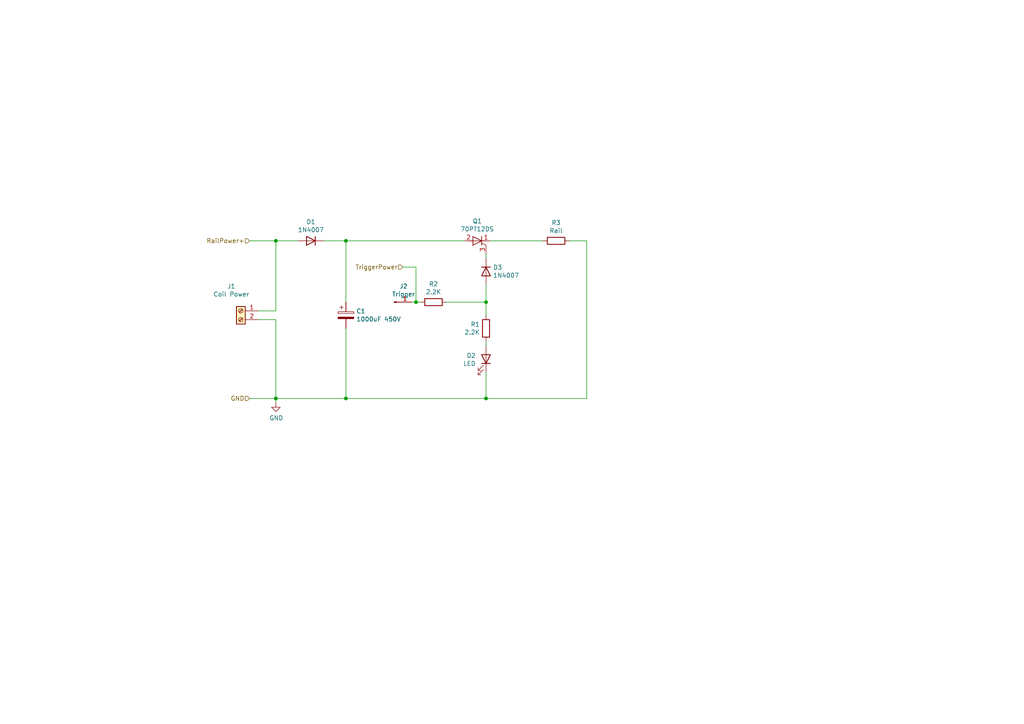
<source format=kicad_sch>
(kicad_sch (version 20211123) (generator eeschema)
  (paper "A4")
  (title_block (title "Rail") (date "2021-05-30") (rev "1"))
  (lib_symbols
    (symbol "Connector:Conn_01x01_Male" (pin_names (offset 1.016) hide)
      (property "Reference" "J" (at 0 2.54 0))
      (property "Value" "Conn_01x01_Male" (at 0 -2.54 0))
      (symbol "Conn_01x01_Male_1_1"
        (polyline (pts (xy 1.27 0) (xy 0.8636 0)) (stroke (width 0.1524)))
        (rectangle (start 0.8636 0.127) (end 0 -0.127) (stroke (width 0.1524)) (fill (type outline)))
        (pin passive line (at 5.08 0 180) (length 3.81) (name "Pin_1") (number "1"))
      )
    )
    (symbol "Connector:Screw_Terminal_01x02" (pin_names (offset 1.016) hide)
      (property "Reference" "J" (at 0 2.54 0))
      (property "Value" "Screw_Terminal_01x02" (at 0 -5.08 0))
      (symbol "Screw_Terminal_01x02_1_1"
        (rectangle (start -1.27 1.27) (end 1.27 -3.81) (stroke (width 0.254)) (fill (type background)))
        (circle (center 0 -2.54) (radius 0.635) (stroke (width 0.1524)))
        (polyline (pts (xy -0.5334 -2.2098) (xy 0.3302 -3.048)) (stroke (width 0.1524)))
        (polyline (pts (xy -0.5334 0.3302) (xy 0.3302 -0.508)) (stroke (width 0.1524)))
        (polyline (pts (xy -0.3556 -2.032) (xy 0.508 -2.8702)) (stroke (width 0.1524)))
        (polyline (pts (xy -0.3556 0.508) (xy 0.508 -0.3302)) (stroke (width 0.1524)))
        (circle (center 0 0) (radius 0.635) (stroke (width 0.1524)))
        (pin passive line (at -5.08 0 0) (length 3.81) (name "Pin_1") (number "1"))
        (pin passive line (at -5.08 -2.54 0) (length 3.81) (name "Pin_2") (number "2"))
      )
    )
    (symbol "Device:C_Polarized" (pin_numbers hide) (pin_names (offset 0.254))
      (property "Reference" "C" (at 0.635 2.54 0))
      (property "Value" "C_Polarized" (at 0.635 -2.54 0))
      (symbol "C_Polarized_0_1"
        (rectangle (start -2.286 0.508) (end 2.286 1.016))
        (polyline (pts (xy -1.778 2.286) (xy -0.762 2.286)))
        (polyline (pts (xy -1.27 2.794) (xy -1.27 1.778)))
        (rectangle (start 2.286 -0.508) (end -2.286 -1.016) (fill (type outline)))
      )
      (symbol "C_Polarized_1_1"
        (pin passive line (at 0 3.81 270) (length 2.794) (name "~") (number "1"))
        (pin passive line (at 0 -3.81 90) (length 2.794) (name "~") (number "2"))
      )
    )
    (symbol "Device:LED" (pin_numbers hide) (pin_names (offset 1.016) hide)
      (property "Reference" "D" (at 0 2.54 0))
      (property "Value" "LED" (at 0 -2.54 0))
      (symbol "LED_0_1"
        (polyline (pts (xy -1.27 -1.27) (xy -1.27 1.27)) (stroke (width 0.254)))
        (polyline (pts (xy -1.27 0) (xy 1.27 0)))
        (polyline (pts (xy 1.27 -1.27) (xy 1.27 1.27) (xy -1.27 0) (xy 1.27 -1.27)) (stroke (width 0.254)))
        (polyline (pts (xy -3.048 -0.762) (xy -4.572 -2.286) (xy -3.81 -2.286) (xy -4.572 -2.286) (xy -4.572 -1.524)))
        (polyline (pts (xy -1.778 -0.762) (xy -3.302 -2.286) (xy -2.54 -2.286) (xy -3.302 -2.286) (xy -3.302 -1.524)))
      )
      (symbol "LED_1_1"
        (pin passive line (at -3.81 0 0) (length 2.54) (name "K") (number "1"))
        (pin passive line (at 3.81 0 180) (length 2.54) (name "A") (number "2"))
      )
    )
    (symbol "Device:Q_SCR_KAG" (pin_names (offset 0) hide)
      (property "Reference" "D" (at 1.905 0.635 0))
      (property "Value" "Q_SCR_KAG" (at 1.905 -1.27 0))
      (symbol "Q_SCR_KAG_0_1"
        (polyline (pts (xy -1.27 -2.54) (xy -0.635 -1.27)))
        (polyline (pts (xy -1.27 -1.27) (xy 1.27 -1.27)) (stroke (width 0.2032)))
        (polyline (pts (xy 0 -2.54) (xy 0 2.54)))
        (polyline (pts (xy -1.27 1.27) (xy 1.27 1.27) (xy 0 -1.27) (xy -1.27 1.27)) (stroke (width 0.2032)))
      )
      (symbol "Q_SCR_KAG_1_1"
        (pin passive line (at 0 -3.81 90) (length 2.54) (name "K") (number "1"))
        (pin passive line (at 0 3.81 270) (length 2.54) (name "A") (number "2"))
        (pin input line (at -3.81 -2.54 0) (length 2.54) (name "G") (number "3"))
      )
    )
    (symbol "Device:R" (pin_numbers hide) (pin_names (offset 0))
      (property "Reference" "R" (at 2.032 0 90))
      (property "Value" "R" (at 0 0 90))
      (symbol "R_0_1"
        (rectangle (start -1.016 -2.54) (end 1.016 2.54) (stroke (width 0.254)))
      )
      (symbol "R_1_1"
        (pin passive line (at 0 3.81 270) (length 1.27) (name "~") (number "1"))
        (pin passive line (at 0 -3.81 90) (length 1.27) (name "~") (number "2"))
      )
    )
    (symbol "Diode:1N4007" (pin_numbers hide) (pin_names (offset 1.016) hide)
      (property "Reference" "D" (at 0 2.54 0))
      (property "Value" "1N4007" (at 0 -2.54 0))
      (symbol "1N4007_0_1"
        (polyline (pts (xy -1.27 1.27) (xy -1.27 -1.27)) (stroke (width 0.254)))
        (polyline (pts (xy 1.27 0) (xy -1.27 0)))
        (polyline (pts (xy 1.27 1.27) (xy 1.27 -1.27) (xy -1.27 0) (xy 1.27 1.27)) (stroke (width 0.254)))
      )
      (symbol "1N4007_1_1"
        (pin passive line (at -3.81 0 0) (length 2.54) (name "K") (number "1"))
        (pin passive line (at 3.81 0 180) (length 2.54) (name "A") (number "2"))
      )
    )
    (symbol "power:GND" (power) (pin_names (offset 0))
      (property "Value" "GND" (at 0 -3.81 0))
      (symbol "GND_0_1"
        (polyline (pts (xy 0 0) (xy 0 -1.27) (xy 1.27 -1.27) (xy 0 -2.54) (xy -1.27 -1.27) (xy 0 -1.27)))
      )
      (symbol "GND_1_1"
        (pin power_in line (at 0 0 270) (length 0) hide (name "GND") (number "1"))
      )
    )
  )
  (junction (at 120.65 87.63))
  (junction (at 140.97 87.63))
  (junction (at 100.33 115.57))
  (junction (at 80.01 115.57))
  (junction (at 100.33 69.85))
  (junction (at 140.97 115.57))
  (junction (at 80.01 69.85))
  (wire (pts (xy 80.01 92.71) (xy 80.01 115.57)))
  (wire (pts (xy 120.65 87.63) (xy 121.92 87.63)))
  (wire (pts (xy 80.01 115.57) (xy 100.33 115.57)))
  (wire (pts (xy 80.01 69.85) (xy 80.01 90.17)))
  (wire (pts (xy 72.39 69.85) (xy 80.01 69.85)))
  (wire (pts (xy 100.33 115.57) (xy 140.97 115.57)))
  (wire (pts (xy 80.01 92.71) (xy 74.93 92.71)))
  (wire (pts (xy 140.97 82.55) (xy 140.97 87.63)))
  (wire (pts (xy 80.01 90.17) (xy 74.93 90.17)))
  (wire (pts (xy 140.97 99.06) (xy 140.97 100.33)))
  (wire (pts (xy 142.24 69.85) (xy 157.48 69.85)))
  (wire (pts (xy 100.33 69.85) (xy 134.62 69.85)))
  (wire (pts (xy 140.97 107.95) (xy 140.97 115.57)))
  (wire (pts (xy 140.97 115.57) (xy 170.18 115.57)))
  (wire (pts (xy 170.18 69.85) (xy 170.18 115.57)))
  (wire (pts (xy 80.01 116.84) (xy 80.01 115.57)))
  (wire (pts (xy 116.84 77.47) (xy 120.65 77.47)))
  (wire (pts (xy 100.33 69.85) (xy 100.33 87.63)))
  (wire (pts (xy 100.33 95.25) (xy 100.33 115.57)))
  (wire (pts (xy 120.65 87.63) (xy 119.38 87.63)))
  (wire (pts (xy 129.54 87.63) (xy 140.97 87.63)))
  (wire (pts (xy 140.97 73.66) (xy 140.97 74.93)))
  (wire (pts (xy 86.36 69.85) (xy 80.01 69.85)))
  (wire (pts (xy 93.98 69.85) (xy 100.33 69.85)))
  (wire (pts (xy 80.01 115.57) (xy 72.39 115.57)))
  (wire (pts (xy 140.97 87.63) (xy 140.97 91.44)))
  (wire (pts (xy 165.1 69.85) (xy 170.18 69.85)))
  (wire (pts (xy 120.65 77.47) (xy 120.65 87.63)))
  (hierarchical_label "TriggerPower" (shape input) (at 116.84 77.47 180))
  (hierarchical_label "GND" (shape input) (at 72.39 115.57 180))
  (hierarchical_label "RailPower+" (shape input) (at 72.39 69.85 180))
  (symbol (lib_id "Connector:Screw_Terminal_01x02") (at 69.85 90.17 0) (mirror y) (unit 1)
    (property "Reference" "J1" (at 67.1068 83.0326 0))
    (property "Value" "Coil Power" (at 67.1068 85.344 0))
    (property "Footprint" "TerminalBlock:TerminalBlock_bornier-2_P5.08mm" (effects hide))
  )
  (symbol (lib_id "Device:C_Polarized") (at 100.33 91.44 0) (unit 1)
    (property "Reference" "C1" (at 103.3272 90.2716 0) (effects (justify left)))
    (property "Value" "1000uF 450V" (at 103.3272 92.583 0) (effects (justify left)))
    (property "Footprint" "Capacitor_THT:CP_Radial_D30.0mm_P10.00mm_SnapIn" (effects hide))
  )
  (symbol (lib_id "Device:R") (at 140.97 95.25 0) (mirror y) (unit 1)
    (property "Reference" "R1" (at 139.192 94.0816 0) (effects (justify left)))
    (property "Value" "2.2K" (at 139.192 96.393 0) (effects (justify left)))
    (property "Footprint" "Resistor_THT:R_Axial_DIN0207_L6.3mm_D2.5mm_P7.62mm_Horizontal" (effects hide))
  )
  (symbol (lib_id "Device:LED") (at 140.97 104.14 270) (mirror x) (unit 1)
    (property "Reference" "D2" (at 137.9982 103.1494 90) (effects (justify right)))
    (property "Value" "LED" (at 137.9982 105.4608 90) (effects (justify right)))
    (property "Footprint" "LED_THT:LED_D3.0mm_FlatTop" (effects hide))
  )
  (symbol (lib_id "Device:Q_SCR_KAG") (at 138.43 69.85 90) (unit 1)
    (property "Reference" "Q1" (at 138.43 64.135 90))
    (property "Value" "70PT12DS" (at 138.43 66.4464 90))
    (property "Footprint" "Package_TO_SOT_THT:TO-247-3_Vertical" (effects hide))
    (property "Datasheet" "https://www.nellsemi.com/archive/doc/product/spe/70PTxxDS%20Series.pdf" (effects hide))
  )
  (symbol (lib_id "power:GND") (at 80.01 116.84 0) (unit 1)
    (property "Reference" "#PWR0101" (effects hide))
    (property "Value" "GND" (at 80.137 121.2342 0))
  )
  (symbol (lib_id "Diode:1N4007") (at 90.17 69.85 180) (unit 1)
    (property "Reference" "D1" (at 90.17 64.3636 0))
    (property "Value" "1N4007" (at 90.17 66.675 0))
    (property "Footprint" "Diode_THT:D_DO-41_SOD81_P10.16mm_Horizontal" (effects hide))
    (property "Datasheet" "http://www.vishay.com/docs/88503/1n4001.pdf" (effects hide))
  )
  (symbol (lib_id "Diode:1N4007") (at 140.97 78.74 270) (unit 1)
    (property "Reference" "D3" (at 142.9766 77.5716 90) (effects (justify left)))
    (property "Value" "1N4007" (at 142.9766 79.883 90) (effects (justify left)))
    (property "Footprint" "Diode_THT:D_DO-41_SOD81_P10.16mm_Horizontal" (effects hide))
    (property "Datasheet" "http://www.vishay.com/docs/88503/1n4001.pdf" (effects hide))
  )
  (symbol (lib_id "Device:R") (at 161.29 69.85 270) (unit 1)
    (property "Reference" "R3" (at 161.29 64.5922 90))
    (property "Value" "Rail" (at 161.29 66.9036 90))
    (property "Footprint" "Connector_Wire:SolderWire-2sqmm_1x02_P7.8mm_D2mm_OD3.9mm" (effects hide))
  )
  (symbol (lib_id "Connector:Conn_01x01_Male") (at 114.3 87.63 0) (unit 1)
    (property "Reference" "J2" (at 117.0432 83.0326 0))
    (property "Value" "Trigger" (at 117.0432 85.344 0))
    (property "Footprint" "Connector_PinHeader_2.54mm:PinHeader_1x01_P2.54mm_Vertical" (effects hide))
  )
  (symbol (lib_id "Device:R") (at 125.73 87.63 270) (unit 1)
    (property "Reference" "R2" (at 125.73 82.3722 90))
    (property "Value" "2.2K" (at 125.73 84.6836 90))
    (property "Footprint" "Resistor_THT:R_Axial_DIN0207_L6.3mm_D2.5mm_P7.62mm_Horizontal" (effects hide))
  )
)
</source>
